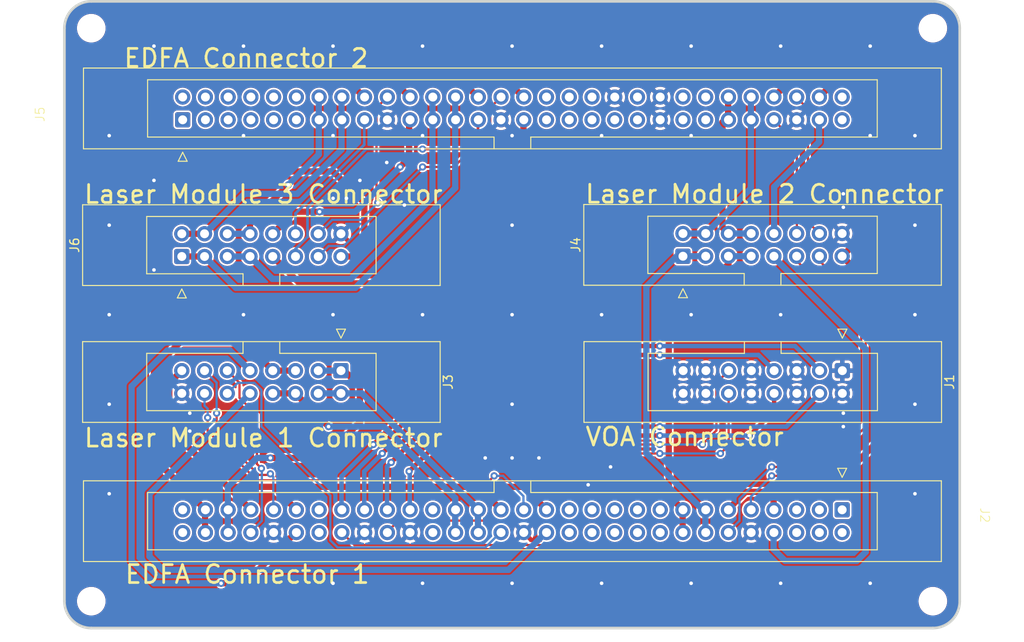
<source format=kicad_pcb>
(kicad_pcb (version 20221018) (generator pcbnew)
  (layers (0 "F.Cu" signal) (31 "B.Cu" signal) (34 "B.Paste" user) (35 "F.Paste" user) (36 "B.SilkS" user "B.Silkscreen") (37 "F.SilkS" user "F.Silkscreen") (38 "B.Mask" user) (39 "F.Mask" user) (44 "Edge.Cuts" user))
  (net 0 "")
  (net 13 "GND")
  (net 14 "/VOA_STEP_A+")
  (net 15 "/VOA_STEP_A-")
  (net 16 "/VOA_POT_MEAS")
  (net 17 "/VOA_STEP_B+")
  (net 18 "/VOA_STEP_B-")
  (net 19 "/VOA_POT_PWR")
  (net 20 "/MONITORD3")
  (net 21 "/PELTIER3+")
  (net 22 "/MONITORD2")
  (net 23 "/PELTIER2+")
  (net 25 "/PELTIER1-")
  (net 27 "/PELTIER1+")
  (net 29 "/PELTIER2-")
  (net 30 "/LASER2_TEMP")
  (net 31 "/LASER2_GND")
  (net 34 "/PELTIER3-")
  (net 35 "/LASER3_TEMP")
  (net 36 "/LASER3_GND")
  (net 39 "/MONITORD1")
  (net 41 "/LASER1_TEMP")
  (net 42 "/LASER1_GND")
  (net 48 "/LASER12_PWR")
  (net 49 "/LASER34_PWR")
  (net 50 "/MONITORD4")
  (net 51 "/LASER4_TEMP")
  (net 52 "/LASER4_GND")
  (net 53 "/PELTIER4-")
  (net 54 "/PELTIER4+")
  (net 55 "/PELTIER6-")
  (net 56 "/LASER6_TEMP")
  (net 57 "/LASER6_GND")
  (net 58 "/PELTIER5+")
  (net 66 "/PELTIER5-")
  (net 67 "/MONITORD6")
  (net 68 "/PELTIER6+")
  (net 72 "/LASER5_TEMP")
  (net 73 "/LASER5_GND")
  (net 82 "/MONITORD5")
  (net 86 "/LASER56_PWR")
  (footprint "MountingHole:MountingHole_2.7mm_M2.5" (layer "F.Cu") (at 208.200001 136)
    (fp_text reference "REF**" hide)
    (fp_text value "MountingHole_2.7mm_M2.5")
  )
  (footprint "Ribbon02x30:IDC-Header_2x30_P2.54mm_Latch_Vertical_COUNTER_CLOCKWISE" (layer "F.Cu") (at 213.498001 126.402 -90)
    (fp_text reference "J2")
    (fp_text value "Conn_02x30_Counter_Clockwise")
  )
  (footprint "MountingHole:MountingHole_2.7mm_M2.5" (layer "F.Cu") (at 208.200001 72)
    (fp_text reference "REF**" hide)
    (fp_text value "MountingHole_2.7mm_M2.5")
  )
  (footprint "MountingHole:MountingHole_2.7mm_M2.5" (layer "F.Cu") (at 114.200001 136)
    (fp_text reference "REF**" hide)
    (fp_text value "MountingHole_2.7mm_M2.5")
  )
  (footprint "Connector_IDC:IDC-Header_2x08_P2.54mm_Latch_Vertical" (layer "F.Cu") (at 198.090001 110.2475 -90)
    (fp_text reference "J1")
    (fp_text value "Conn_02x08_Odd_Even")
  )
  (footprint "Ribbon02x30:IDC-Header_2x30_P2.54mm_Latch_Vertical_COUNTER_CLOCKWISE" (layer "F.Cu") (at 108.978001 81.621 90)
    (fp_text reference "J5")
    (fp_text value "Conn_02x30_Counter_Clockwise")
  )
  (footprint "Connector_IDC:IDC-Header_2x08_P2.54mm_Latch_Vertical" (layer "F.Cu") (at 180.288001 97.471 90)
    (fp_text reference "J4")
    (fp_text value "Conn_02x08_Odd_Even")
  )
  (footprint "Connector_IDC:IDC-Header_2x08_P2.54mm_Latch_Vertical" (layer "F.Cu") (at 124.310001 97.5 90)
    (fp_text reference "J6")
    (fp_text value "Conn_02x08_Odd_Even")
  )
  (footprint "MountingHole:MountingHole_2.7mm_M2.5" (layer "F.Cu") (at 114.200001 72)
    (fp_text reference "REF**" hide)
    (fp_text value "MountingHole_2.7mm_M2.5")
  )
  (footprint "Connector_IDC:IDC-Header_2x08_P2.54mm_Latch_Vertical" (layer "F.Cu") (at 142.090001 110.2475 -90)
    (fp_text reference "J3")
    (fp_text value "Conn_02x08_Odd_Even")
  )
  (gr_arc (start 111.200001 72) (mid 112.078681 69.87868) (end 114.200001 69) (stroke (width 0.3)) (layer "Edge.Cuts"))
  (gr_arc (start 208.200001 69) (mid 210.321321 69.87868) (end 211.200001 72) (stroke (width 0.3)) (layer "Edge.Cuts"))
  (gr_arc (start 211.200001 136) (mid 210.321321 138.12132) (end 208.200001 139) (stroke (width 0.3)) (layer "Edge.Cuts"))
  (gr_line (start 211.200001 72) (end 211.200001 136) (stroke (width 0.3)) (layer "Edge.Cuts"))
  (gr_line (start 111.200001 72) (end 111.200001 136) (stroke (width 0.3)) (layer "Edge.Cuts"))
  (gr_arc (start 114.200001 139) (mid 112.078681 138.12132) (end 111.200001 136) (stroke (width 0.3)) (layer "Edge.Cuts"))
  (gr_line (start 114.200001 139) (end 208.200001 139) (stroke (width 0.3)) (layer "Edge.Cuts"))
  (gr_line (start 114.200001 69) (end 208.200001 69) (stroke (width 0.3)) (layer "Edge.Cuts"))
  (gr_text "EDFA Connector 1" (at 117.804001 134.174) (layer "F.SilkS") (effects (font (size 2 2) (thickness 0.3) bold) (justify left bottom)))
  (gr_text "Laser Module 1 Connector" (at 113.232001 118.934) (layer "F.SilkS") (effects (font (size 2 2) (thickness 0.3)) (justify left bottom)))
  (gr_text "Laser Module 2 Connector" (at 169.208001 91.691) (layer "F.SilkS") (effects (font (size 2 2) (thickness 0.3)) (justify left bottom)))
  (gr_text "VOA Connector" (at 169.239001 118.807) (layer "F.SilkS") (effects (font (size 2 2) (thickness 0.3)) (justify left bottom)))
  (gr_text "EDFA Connector 2" (at 117.677001 76.516) (layer "F.SilkS") (effects (font (size 2 2) (thickness 0.3) bold) (justify left bottom)))
  (gr_text "Laser Module 3 Connector" (at 113.230001 91.72) (layer "F.SilkS") (effects (font (size 2 2) (thickness 0.3)) (justify left bottom)))
  (via (at 161.200001 74) (size 0.8) (drill 0.4) (layers "F.Cu" "B.Cu") (net 13))
  (via (at 191.200001 74) (size 0.8) (drill 0.4) (layers "F.Cu" "B.Cu") (net 13))
  (via (at 206.200001 84) (size 0.8) (drill 0.4) (layers "F.Cu" "B.Cu") (net 13))
  (via (at 131.200001 84) (size 0.8) (drill 0.4) (layers "F.Cu" "B.Cu") (net 13))
  (via (at 141.200001 91) (size 0.8) (drill 0.4) (layers "F.Cu" "B.Cu") (net 13))
  (via (at 131.200001 74) (size 0.8) (drill 0.4) (layers "F.Cu" "B.Cu") (net 13))
  (via (at 141.200001 104) (size 0.8) (drill 0.4) (layers "F.Cu" "B.Cu") (net 13))
  (via (at 131.200001 104) (size 0.8) (drill 0.4) (layers "F.Cu" "B.Cu") (net 13))
  (via (at 151.200001 84) (size 0.8) (drill 0.4) (layers "F.Cu" "B.Cu") (net 13))
  (via (at 161.200001 120) (size 0.8) (drill 0.4) (layers "F.Cu" "B.Cu") (net 13))
  (via (at 191.200001 134) (size 0.8) (drill 0.4) (layers "F.Cu" "B.Cu") (net 13))
  (via (at 125.200001 115) (size 0.8) (drill 0.4) (layers "F.Cu" "B.Cu") (net 13))
  (via (at 141.200001 134) (size 0.8) (drill 0.4) (layers "F.Cu" "B.Cu") (net 13))
  (via (at 142.700001 91) (size 0.8) (drill 0.4) (layers "F.Cu" "B.Cu") (net 13))
  (via (at 161.200001 134) (size 0.8) (drill 0.4) (layers "F.Cu" "B.Cu") (net 13))
  (via (at 169.700001 123) (size 0.8) (drill 0.4) (layers "F.Cu" "B.Cu") (net 13))
  (via (at 181.200001 104) (size 0.8) (drill 0.4) (layers "F.Cu" "B.Cu") (net 13))
  (via (at 116.200001 114) (size 0.8) (drill 0.4) (layers "F.Cu" "B.Cu") (net 13))
  (via (at 147.200001 87) (size 0.8) (drill 0.4) (layers "F.Cu" "B.Cu") (net 13))
  (via (at 206.200001 104) (size 0.8) (drill 0.4) (layers "F.Cu" "B.Cu") (net 13))
  (via (at 141.200001 74) (size 0.8) (drill 0.4) (layers "F.Cu" "B.Cu") (net 13))
  (via (at 206.200001 114) (size 0.8) (drill 0.4) (layers "F.Cu" "B.Cu") (net 13))
  (via (at 121.200001 74) (size 0.8) (drill 0.4) (layers "F.Cu" "B.Cu") (net 13))
  (via (at 181.200001 74) (size 0.8) (drill 0.4) (layers "F.Cu" "B.Cu") (net 13))
  (via (at 201.200001 134) (size 0.8) (drill 0.4) (layers "F.Cu" "B.Cu") (net 13))
  (via (at 164.200001 120) (size 0.8) (drill 0.4) (layers "F.Cu" "B.Cu") (net 13))
  (via (at 151.200001 134) (size 0.8) (drill 0.4) (layers "F.Cu" "B.Cu") (net 13))
  (via (at 151.200001 104) (size 0.8) (drill 0.4) (layers "F.Cu" "B.Cu") (net 13))
  (via (at 161.200001 114) (size 0.8) (drill 0.4) (layers "F.Cu" "B.Cu") (net 13))
  (via (at 116.200001 124) (size 0.8) (drill 0.4) (layers "F.Cu" "B.Cu") (net 13))
  (via (at 172.200001 121) (size 0.8) (drill 0.4) (layers "F.Cu" "B.Cu") (net 13))
  (via (at 125.200001 117) (size 0.8) (drill 0.4) (layers "F.Cu" "B.Cu") (net 13))
  (via (at 198.200001 90.5) (size 0.8) (drill 0.4) (layers "F.Cu" "B.Cu") (net 13))
  (via (at 201.200001 74) (size 0.8) (drill 0.4) (layers "F.Cu" "B.Cu") (net 13))
  (via (at 181.200001 134) (size 0.8) (drill 0.4) (layers "F.Cu" "B.Cu") (net 13))
  (via (at 121.200001 99) (size 0.8) (drill 0.4) (layers "F.Cu" "B.Cu") (net 13))
  (via (at 198.200001 116.5) (size 0.8) (drill 0.4) (layers "F.Cu" "B.Cu") (net 13))
  (via (at 161.200001 94) (size 0.8) (drill 0.4) (layers "F.Cu" "B.Cu") (net 13))
  (via (at 151.200001 74) (size 0.8) (drill 0.4) (layers "F.Cu" "B.Cu") (net 13))
  (via (at 144.200001 89) (size 0.8) (drill 0.4) (layers "F.Cu" "B.Cu") (net 13))
  (via (at 206.200001 124) (size 0.8) (drill 0.4) (layers "F.Cu" "B.Cu") (net 13))
  (via (at 198.200001 115) (size 0.8) (drill 0.4) (layers "F.Cu" "B.Cu") (net 13))
  (via (at 116.200001 84) (size 0.8) (drill 0.4) (layers "F.Cu" "B.Cu") (net 13))
  (via (at 116.200001 104) (size 0.8) (drill 0.4) (layers "F.Cu" "B.Cu") (net 13))
  (via (at 206.200001 94) (size 0.8) (drill 0.4) (layers "F.Cu" "B.Cu") (net 13))
  (via (at 158.200001 120) (size 0.8) (drill 0.4) (layers "F.Cu" "B.Cu") (net 13))
  (via (at 171.200001 84) (size 0.8) (drill 0.4) (layers "F.Cu" "B.Cu") (net 13))
  (via (at 181.200001 84) (size 0.8) (drill 0.4) (layers "F.Cu" "B.Cu") (net 13))
  (via (at 161.200001 84) (size 0.8) (drill 0.4) (layers "F.Cu" "B.Cu") (net 13))
  (via (at 116.200001 94) (size 0.8) (drill 0.4) (layers "F.Cu" "B.Cu") (net 13))
  (via (at 198.200001 92) (size 0.8) (drill 0.4) (layers "F.Cu" "B.Cu") (net 13))
  (via (at 171.200001 74) (size 0.8) (drill 0.4) (layers "F.Cu" "B.Cu") (net 13))
  (via (at 121.200001 89) (size 0.8) (drill 0.4) (layers "F.Cu" "B.Cu") (net 13))
  (via (at 201.200001 84) (size 0.8) (drill 0.4) (layers "F.Cu" "B.Cu") (net 13))
  (via (at 171.200001 134) (size 0.8) (drill 0.4) (layers "F.Cu" "B.Cu") (net 13))
  (via (at 161.200001 104) (size 0.8) (drill 0.4) (layers "F.Cu" "B.Cu") (net 13))
  (via (at 141.200001 84) (size 0.8) (drill 0.4) (layers "F.Cu" "B.Cu") (net 13))
  (via (at 191.200001 104) (size 0.8) (drill 0.4) (layers "F.Cu" "B.Cu") (net 13))
  (via (at 149.173001 91.756) (size 0.8) (drill 0.4) (layers "F.Cu" "B.Cu") (net 13))
  (via (at 171.200001 104) (size 0.8) (drill 0.4) (layers "F.Cu" "B.Cu") (net 13))
  (segment (start 156.700001 107.5) (end 145.700001 118.5) (width 0.5) (layer "F.Cu") (net 14))
  (segment (start 177.700001 107.5) (end 156.700001 107.5) (width 0.5) (layer "F.Cu") (net 14))
  (via (at 177.700001 107.5) (size 0.8) (drill 0.4) (layers "F.Cu" "B.Cu") (net 14))
  (via (at 145.700001 118.5) (size 0.8) (drill 0.4) (layers "F.Cu" "B.Cu") (net 14))
  (segment (start 142.150001 125.7475) (end 142.150001 122.05) (width 0.5) (layer "B.Cu") (net 14))
  (segment (start 142.150001 122.05) (end 145.700001 118.5) (width 0.5) (layer "B.Cu") (net 14))
  (segment (start 177.700001 107.5) (end 192.802501 107.5) (width 0.5) (layer "B.Cu") (net 14))
  (segment (start 192.802501 107.5) (end 195.550001 110.2475) (width 0.5) (layer "B.Cu") (net 14))
  (segment (start 157.700001 108.5) (end 177.700001 108.5) (width 0.5) (layer "F.Cu") (net 15))
  (segment (start 146.700001 119.5) (end 157.700001 108.5) (width 0.5) (layer "F.Cu") (net 15))
  (via (at 177.700001 108.5) (size 0.8) (drill 0.4) (layers "F.Cu" "B.Cu") (net 15))
  (via (at 146.700001 119.5) (size 0.8) (drill 0.4) (layers "F.Cu" "B.Cu") (net 15))
  (segment (start 144.690001 121.51) (end 146.700001 119.5) (width 0.5) (layer "B.Cu") (net 15))
  (segment (start 188.722501 108.5) (end 190.470001 110.2475) (width 0.5) (layer "B.Cu") (net 15))
  (segment (start 144.690001 125.7475) (end 144.690001 121.51) (width 0.5) (layer "B.Cu") (net 15))
  (segment (start 177.700001 108.5) (end 188.722501 108.5) (width 0.5) (layer "B.Cu") (net 15))
  (segment (start 166.300001 127.6) (end 166.900001 127) (width 0.25) (layer "F.Cu") (net 16))
  (segment (start 166.900001 127) (end 168.149489 127) (width 0.25) (layer "F.Cu") (net 16))
  (segment (start 165.420489 129.729) (end 166.300001 128.849488) (width 0.25) (layer "F.Cu") (net 16))
  (segment (start 170.000001 124.45) (end 174.950001 119.5) (width 0.25) (layer "F.Cu") (net 16))
  (segment (start 185.390001 118.589) (end 185.390001 112.7875) (width 0.25) (layer "F.Cu") (net 16))
  (segment (start 142.150001 128.2875) (end 143.591501 129.729) (width 0.25) (layer "F.Cu") (net 16))
  (segment (start 174.950001 119.5) (end 177.700001 119.5) (width 0.25) (layer "F.Cu") (net 16))
  (segment (start 184.479001 119.5) (end 185.390001 118.589) (width 0.25) (layer "F.Cu") (net 16))
  (segment (start 166.300001 128.849488) (end 166.300001 127.6) (width 0.25) (layer "F.Cu") (net 16))
  (segment (start 169.600001 124.45) (end 170.000001 124.45) (width 0.25) (layer "F.Cu") (net 16))
  (segment (start 143.591501 129.729) (end 165.420489 129.729) (width 0.25) (layer "F.Cu") (net 16))
  (segment (start 168.149489 127) (end 168.800001 126.349488) (width 0.25) (layer "F.Cu") (net 16))
  (segment (start 168.800001 125.25) (end 169.600001 124.45) (width 0.25) (layer "F.Cu") (net 16))
  (segment (start 168.800001 126.349488) (end 168.800001 125.25) (width 0.25) (layer "F.Cu") (net 16))
  (via (at 177.700001 119.5) (size 0.8) (drill 0.4) (layers "F.Cu" "B.Cu") (net 16))
  (via (at 184.479001 119.5) (size 0.8) (drill 0.4) (layers "F.Cu" "B.Cu") (net 16))
  (segment (start 184.479001 119.5) (end 177.700001 119.5) (width 0.25) (layer "B.Cu") (net 16))
  (segment (start 177.700001 116.5) (end 151.700001 116.5) (width 0.5) (layer "F.Cu") (net 17))
  (segment (start 151.700001 116.5) (end 147.700001 120.5) (width 0.5) (layer "F.Cu") (net 17))
  (via (at 147.700001 120.5) (size 0.8) (drill 0.4) (layers "F.Cu" "B.Cu") (net 17))
  (via (at 177.700001 116.5) (size 0.8) (drill 0.4) (layers "F.Cu" "B.Cu") (net 17))
  (segment (start 147.230001 125.7475) (end 147.230001 120.97) (width 0.5) (layer "B.Cu") (net 17))
  (segment (start 191.837501 116.5) (end 195.550001 112.7875) (width 0.5) (layer "B.Cu") (net 17))
  (segment (start 177.700001 116.5) (end 191.837501 116.5) (width 0.5) (layer "B.Cu") (net 17))
  (segment (start 147.230001 120.97) (end 147.700001 120.5) (width 0.5) (layer "B.Cu") (net 17))
  (segment (start 153.700001 117.5) (end 177.700001 117.5) (width 0.5) (layer "F.Cu") (net 18))
  (segment (start 190.470001 114.73) (end 190.470001 112.7875) (width 0.5) (layer "F.Cu") (net 18))
  (segment (start 187.700001 117.5) (end 190.470001 114.73) (width 0.5) (layer "F.Cu") (net 18))
  (segment (start 149.700001 121.5) (end 153.700001 117.5) (width 0.5) (layer "F.Cu") (net 18))
  (via (at 149.700001 121.5) (size 0.8) (drill 0.4) (layers "F.Cu" "B.Cu") (net 18))
  (via (at 187.700001 117.5) (size 0.8) (drill 0.4) (layers "F.Cu" "B.Cu") (net 18))
  (via (at 177.700001 117.5) (size 0.8) (drill 0.4) (layers "F.Cu" "B.Cu") (net 18))
  (segment (start 149.770001 125.7475) (end 149.770001 121.57) (width 0.5) (layer "B.Cu") (net 18))
  (segment (start 177.700001 117.5) (end 187.700001 117.5) (width 0.5) (layer "B.Cu") (net 18))
  (segment (start 149.770001 121.57) (end 149.700001 121.5) (width 0.5) (layer "B.Cu") (net 18))
  (segment (start 172.700001 118.5) (end 166.300001 124.9) (width 0.25) (layer "F.Cu") (net 19))
  (segment (start 184.025001 111.6125) (end 185.390001 110.2475) (width 0.25) (layer "F.Cu") (net 19))
  (segment (start 166.300001 124.9) (end 166.300001 126.3) (width 0.25) (layer "F.Cu") (net 19))
  (segment (start 148.517501 127) (end 147.230001 128.2875) (width 0.25) (layer "F.Cu") (net 19))
  (segment (start 166.300001 126.3) (end 165.600001 127) (width 0.25) (layer "F.Cu") (net 19))
  (segment (start 177.700001 118.5) (end 172.700001 118.5) (width 0.25) (layer "F.Cu") (net 19))
  (segment (start 182.447001 118.5) (end 184.025001 116.922) (width 0.25) (layer "F.Cu") (net 19))
  (segment (start 165.600001 127) (end 148.517501 127) (width 0.25) (layer "F.Cu") (net 19))
  (segment (start 184.025001 116.922) (end 184.025001 111.6125) (width 0.25) (layer "F.Cu") (net 19))
  (via (at 182.447001 118.5) (size 0.8) (drill 0.4) (layers "F.Cu" "B.Cu") (net 19))
  (via (at 177.700001 118.5) (size 0.8) (drill 0.4) (layers "F.Cu" "B.Cu") (net 19))
  (segment (start 177.700001 118.5) (end 182.447001 118.5) (width 0.25) (layer "B.Cu") (net 19))
  (segment (start 200.700001 116.5) (end 195.200001 122) (width 0.25) (layer "F.Cu") (net 20))
  (segment (start 195.528001 97.471) (end 195.528001 97.979) (width 0.25) (layer "F.Cu") (net 20))
  (segment (start 195.200001 122) (end 190.200001 122) (width 0.25) (layer "F.Cu") (net 20))
  (segment (start 195.528001 97.979) (end 200.700001 103.151) (width 0.25) (layer "F.Cu") (net 20))
  (segment (start 200.700001 103.151) (end 200.700001 116.5) (width 0.25) (layer "F.Cu") (net 20))
  (via (at 190.200001 122) (size 0.8) (drill 0.4) (layers "F.Cu" "B.Cu") (net 20))
  (segment (start 187.870001 124.33) (end 187.870001 125.7475) (width 0.25) (layer "B.Cu") (net 20))
  (segment (start 190.200001 122) (end 187.870001 124.33) (width 0.25) (layer "B.Cu") (net 20))
  (segment (start 176.200001 100.8625) (end 176.200001 119.5) (width 0.7) (layer "B.Cu") (net 21))
  (segment (start 182.790001 125.7475) (end 182.790001 128.2875) (width 0.7) (layer "B.Cu") (net 21))
  (segment (start 176.200001 119.5) (end 182.447501 125.7475) (width 0.7) (layer "B.Cu") (net 21))
  (segment (start 182.447501 125.7475) (end 182.790001 125.7475) (width 0.7) (layer "B.Cu") (net 21))
  (segment (start 182.828001 97.471) (end 180.288001 97.471) (width 0.7) (layer "B.Cu") (net 21))
  (segment (start 179.591501 97.471) (end 176.200001 100.8625) (width 0.7) (layer "B.Cu") (net 21))
  (segment (start 180.288001 97.471) (end 179.591501 97.471) (width 0.7) (layer "B.Cu") (net 21))
  (segment (start 132.700001 122.5) (end 158.700001 122.5) (width 0.25) (layer "F.Cu") (net 22))
  (segment (start 127.200001 117) (end 132.700001 122.5) (width 0.25) (layer "F.Cu") (net 22))
  (segment (start 158.700001 122.5) (end 159.200001 122) (width 0.25) (layer "F.Cu") (net 22))
  (segment (start 127.200001 115.5) (end 127.200001 117) (width 0.25) (layer "F.Cu") (net 22))
  (via (at 159.200001 122) (size 0.8) (drill 0.4) (layers "F.Cu" "B.Cu") (net 22))
  (via (at 127.200001 115.5) (size 0.8) (drill 0.4) (layers "F.Cu" "B.Cu") (net 22))
  (segment (start 160.200001 122) (end 162.470001 124.27) (width 0.25) (layer "B.Cu") (net 22))
  (segment (start 162.470001 124.27) (end 162.470001 125.7475) (width 0.25) (layer "B.Cu") (net 22))
  (segment (start 126.850001 114.15) (end 127.200001 114.5) (width 0.25) (layer "B.Cu") (net 22))
  (segment (start 159.200001 122) (end 160.200001 122) (width 0.25) (layer "B.Cu") (net 22))
  (segment (start 127.200001 114.5) (end 127.200001 115.5) (width 0.25) (layer "B.Cu") (net 22))
  (segment (start 126.850001 112.7875) (end 126.850001 114.15) (width 0.25) (layer "B.Cu") (net 22))
  (segment (start 144.430001 112.7875) (end 157.390001 125.7475) (width 0.7) (layer "B.Cu") (net 23))
  (segment (start 157.390001 125.7475) (end 157.390001 128.2875) (width 0.7) (layer "B.Cu") (net 23))
  (segment (start 142.090001 112.7875) (end 144.430001 112.7875) (width 0.7) (layer "B.Cu") (net 23))
  (segment (start 139.550001 112.7875) (end 142.090001 112.7875) (width 0.7) (layer "B.Cu") (net 23))
  (segment (start 121.200001 120.0375) (end 126.910001 125.7475) (width 0.7) (layer "F.Cu") (net 25))
  (segment (start 131.222501 107) (end 124.200001 107) (width 0.7) (layer "F.Cu") (net 25))
  (segment (start 134.470001 110.2475) (end 137.010001 110.2475) (width 0.7) (layer "F.Cu") (net 25))
  (segment (start 124.200001 107) (end 121.200001 110) (width 0.7) (layer "F.Cu") (net 25))
  (segment (start 134.470001 110.2475) (end 131.222501 107) (width 0.7) (layer "F.Cu") (net 25))
  (segment (start 121.200001 110) (end 121.200001 120.0375) (width 0.7) (layer "F.Cu") (net 25))
  (segment (start 126.910001 125.7475) (end 126.910001 128.2875) (width 0.7) (layer "F.Cu") (net 25))
  (segment (start 142.090001 110.2475) (end 142.447501 110.2475) (width 0.7) (layer "F.Cu") (net 27))
  (segment (start 140.200001 120) (end 134.200001 120) (width 0.7) (layer "F.Cu") (net 27))
  (segment (start 142.447501 110.2475) (end 144.200001 112) (width 0.7) (layer "F.Cu") (net 27))
  (segment (start 144.200001 112) (end 144.200001 116) (width 0.7) (layer "F.Cu") (net 27))
  (segment (start 144.200001 116) (end 140.200001 120) (width 0.7) (layer "F.Cu") (net 27))
  (via (at 134.200001 120) (size 0.8) (drill 0.4) (layers "F.Cu" "B.Cu") (net 27))
  (segment (start 139.550001 110.2475) (end 142.090001 110.2475) (width 0.7) (layer "B.Cu") (net 27))
  (segment (start 129.450001 125.7475) (end 129.450001 128.2875) (width 0.7) (layer "B.Cu") (net 27))
  (segment (start 129.450001 123.25) (end 129.450001 125.7475) (width 0.7) (layer "B.Cu") (net 27))
  (segment (start 132.700001 120) (end 129.450001 123.25) (width 0.7) (layer "B.Cu") (net 27))
  (segment (start 134.200001 120) (end 132.700001 120) (width 0.7) (layer "B.Cu") (net 27))
  (segment (start 137.010001 112.7875) (end 137.010001 112.81) (width 0.7) (layer "F.Cu") (net 29))
  (segment (start 134.470001 112.7875) (end 137.010001 112.7875) (width 0.7) (layer "F.Cu") (net 29))
  (segment (start 137.010001 112.81) (end 140.700001 116.5) (width 0.7) (layer "F.Cu") (net 29))
  (via (at 140.700001 116.5) (size 0.8) (drill 0.4) (layers "F.Cu" "B.Cu") (net 29))
  (segment (start 154.850001 124.479614) (end 154.850001 125.7475) (width 0.7) (layer "B.Cu") (net 29))
  (segment (start 140.700001 116.5) (end 146.870387 116.5) (width 0.7) (layer "B.Cu") (net 29))
  (segment (start 154.850001 125.7475) (end 154.850001 128.2875) (width 0.7) (layer "B.Cu") (net 29))
  (segment (start 146.870387 116.5) (end 154.850001 124.479614) (width 0.7) (layer "B.Cu") (net 29))
  (segment (start 133.200001 112.39649) (end 133.200001 116.5) (width 0.25) (layer "B.Cu") (net 30))
  (segment (start 129.390001 112.7875) (end 130.564512 111.612989) (width 0.25) (layer "B.Cu") (net 30))
  (segment (start 132.4165 111.612989) (end 133.200001 112.39649) (width 0.25) (layer "B.Cu") (net 30))
  (segment (start 141.700001 130) (end 158.217501 130) (width 0.25) (layer "B.Cu") (net 30))
  (segment (start 158.217501 130) (end 159.930001 128.2875) (width 0.25) (layer "B.Cu") (net 30))
  (segment (start 130.564512 111.612989) (end 132.4165 111.612989) (width 0.25) (layer "B.Cu") (net 30))
  (segment (start 140.900001 124.2) (end 140.900001 129.2) (width 0.25) (layer "B.Cu") (net 30))
  (segment (start 133.200001 116.5) (end 140.900001 124.2) (width 0.25) (layer "B.Cu") (net 30))
  (segment (start 140.900001 129.2) (end 141.700001 130) (width 0.25) (layer "B.Cu") (net 30))
  (segment (start 120.700001 131) (end 122.200001 132.5) (width 0.7) (layer "B.Cu") (net 31))
  (segment (start 160.797501 132.5) (end 165.010001 128.2875) (width 0.7) (layer "B.Cu") (net 31))
  (segment (start 120.700001 124.0175) (end 120.700001 131) (width 0.7) (layer "B.Cu") (net 31))
  (segment (start 131.930001 112.7875) (end 120.700001 124.0175) (width 0.7) (layer "B.Cu") (net 31))
  (segment (start 122.200001 132.5) (end 160.797501 132.5) (width 0.7) (layer "B.Cu") (net 31))
  (segment (start 180.250001 128.2875) (end 180.250001 125.7475) (width 0.7) (layer "F.Cu") (net 34))
  (segment (start 185.368001 98.36) (end 178.700001 105.028) (width 0.7) (layer "F.Cu") (net 34))
  (segment (start 178.700001 105.028) (end 178.700001 124.1975) (width 0.7) (layer "F.Cu") (net 34))
  (segment (start 178.700001 124.1975) (end 180.250001 125.7475) (width 0.7) (layer "F.Cu") (net 34))
  (segment (start 185.368001 97.471) (end 185.368001 98.36) (width 0.7) (layer "F.Cu") (net 34))
  (segment (start 185.368001 97.471) (end 187.908001 97.471) (width 0.7) (layer "B.Cu") (net 34))
  (segment (start 195.199504 121.000497) (end 190.200001 121.000497) (width 0.25) (layer "F.Cu") (net 35))
  (segment (start 200.200001 105.191) (end 200.200001 116) (width 0.25) (layer "F.Cu") (net 35))
  (segment (start 192.988001 97.979) (end 200.200001 105.191) (width 0.25) (layer "F.Cu") (net 35))
  (segment (start 200.200001 116) (end 195.199504 121.000497) (width 0.25) (layer "F.Cu") (net 35))
  (segment (start 192.988001 97.471) (end 192.988001 97.979) (width 0.25) (layer "F.Cu") (net 35))
  (via (at 190.200001 121.000497) (size 0.8) (drill 0.4) (layers "F.Cu" "B.Cu") (net 35))
  (segment (start 190.17489 121.000497) (end 186.600001 124.575386) (width 0.25) (layer "B.Cu") (net 35))
  (segment (start 190.200001 121.000497) (end 190.17489 121.000497) (width 0.25) (layer "B.Cu") (net 35))
  (segment (start 186.600001 127.0175) (end 185.330001 128.2875) (width 0.25) (layer "B.Cu") (net 35))
  (segment (start 186.600001 124.575386) (end 186.600001 127.0175) (width 0.25) (layer "B.Cu") (net 35))
  (segment (start 191.700001 131.5) (end 190.410001 130.21) (width 0.7) (layer "B.Cu") (net 36))
  (segment (start 190.410001 130.21) (end 190.410001 128.2875) (width 0.7) (layer "B.Cu") (net 36))
  (segment (start 190.448001 97.471) (end 190.448001 97.598) (width 0.7) (layer "B.Cu") (net 36))
  (segment (start 200.700001 107.85) (end 200.700001 130.5) (width 0.7) (layer "B.Cu") (net 36))
  (segment (start 200.700001 130.5) (end 199.700001 131.5) (width 0.7) (layer "B.Cu") (net 36))
  (segment (start 199.700001 131.5) (end 191.700001 131.5) (width 0.7) (layer "B.Cu") (net 36))
  (segment (start 190.448001 97.598) (end 200.700001 107.85) (width 0.7) (layer "B.Cu") (net 36))
  (segment (start 128.200001 117.196012) (end 132.899898 121.895909) (width 0.25) (layer "F.Cu") (net 39))
  (segment (start 128.200001 115) (end 128.200001 117.196012) (width 0.25) (layer "F.Cu") (net 39))
  (segment (start 132.899898 121.895909) (end 134.079592 121.895909) (width 0.25) (layer "F.Cu") (net 39))
  (segment (start 134.079592 121.895909) (end 134.200001 121.7755) (width 0.25) (layer "F.Cu") (net 39))
  (via (at 134.200001 121.7755) (size 0.8) (drill 0.4) (layers "F.Cu" "B.Cu") (net 39))
  (via (at 128.200001 115) (size 0.8) (drill 0.4) (layers "F.Cu" "B.Cu") (net 39))
  (segment (start 128.200001 111.5975) (end 128.200001 115) (width 0.25) (layer "B.Cu") (net 39))
  (segment (start 126.850001 110.2475) (end 128.200001 111.5975) (width 0.25) (layer "B.Cu") (net 39))
  (segment (start 134.200001 121.7755) (end 134.530001 122.1055) (width 0.25) (layer "B.Cu") (net 39))
  (segment (start 134.530001 122.1055) (end 134.530001 125.7475) (width 0.25) (layer "B.Cu") (net 39))
  (segment (start 132.700001 120.671398) (end 132.700001 115.21851) (width 0.25) (layer "F.Cu") (net 41))
  (segment (start 132.700001 115.21851) (end 130.75549 113.273999) (width 0.25) (layer "F.Cu") (net 41))
  (segment (start 133.200001 121.171398) (end 132.700001 120.671398) (width 0.25) (layer "F.Cu") (net 41))
  (segment (start 130.75549 111.612989) (end 129.390001 110.2475) (width 0.25) (layer "F.Cu") (net 41))
  (segment (start 130.75549 113.273999) (end 130.75549 111.612989) (width 0.25) (layer "F.Cu") (net 41))
  (via (at 133.200001 121.171398) (size 0.8) (drill 0.4) (layers "F.Cu" "B.Cu") (net 41))
  (segment (start 133.250001 127.0275) (end 131.990001 128.2875) (width 0.25) (layer "B.Cu") (net 41))
  (segment (start 133.200001 121.171398) (end 133.250001 121.221398) (width 0.25) (layer "B.Cu") (net 41))
  (segment (start 133.250001 121.221398) (end 133.250001 127.0275) (width 0.25) (layer "B.Cu") (net 41))
  (segment (start 128.700001 134) (end 131.357501 134) (width 0.7) (layer "F.Cu") (net 42))
  (segment (start 131.357501 134) (end 137.070001 128.2875) (width 0.7) (layer "F.Cu") (net 42))
  (via (at 128.700001 134) (size 0.8) (drill 0.4) (layers "F.Cu" "B.Cu") (net 42))
  (segment (start 122.700001 108) (end 118.700001 112) (width 0.7) (layer "B.Cu") (net 42))
  (segment (start 129.682501 108) (end 122.700001 108) (width 0.7) (layer "B.Cu") (net 42))
  (segment (start 121.200001 134) (end 128.700001 134) (width 0.7) (layer "B.Cu") (net 42))
  (segment (start 118.700001 131.5) (end 121.200001 134) (width 0.7) (layer "B.Cu") (net 42))
  (segment (start 118.700001 112) (end 118.700001 131.5) (width 0.7) (layer "B.Cu") (net 42))
  (segment (start 131.930001 110.2475) (end 129.682501 108) (width 0.7) (layer "B.Cu") (net 42))
  (segment (start 129.471251 123.22875) (end 131.990001 125.7475) (width 0.7) (layer "F.Cu") (net 48))
  (segment (start 157.411251 123.22875) (end 162.491251 123.22875) (width 0.7) (layer "F.Cu") (net 48))
  (segment (start 122.91049 116.667989) (end 129.471251 123.22875) (width 0.7) (layer "F.Cu") (net 48))
  (segment (start 134.551251 123.22875) (end 157.411251 123.22875) (width 0.7) (layer "F.Cu") (net 48))
  (segment (start 134.551251 123.22875) (end 137.070001 125.7475) (width 0.7) (layer "F.Cu") (net 48))
  (segment (start 129.471251 123.22875) (end 134.551251 123.22875) (width 0.7) (layer "F.Cu") (net 48))
  (segment (start 162.491251 123.22875) (end 165.010001 125.7475) (width 0.7) (layer "F.Cu") (net 48))
  (segment (start 122.91049 111.647011) (end 122.91049 116.667989) (width 0.7) (layer "F.Cu") (net 48))
  (segment (start 124.310001 110.2475) (end 122.91049 111.647011) (width 0.7) (layer "F.Cu") (net 48))
  (segment (start 157.411251 123.22875) (end 159.930001 125.7475) (width 0.7) (layer "F.Cu") (net 48))
  (segment (start 196.410001 123.79) (end 190.410001 123.79) (width 0.7) (layer "F.Cu") (net 49))
  (segment (start 190.410001 123.79) (end 190.410001 125.7475) (width 0.7) (layer "F.Cu") (net 49))
  (segment (start 198.068001 97.471) (end 202.200001 101.603) (width 0.7) (layer "F.Cu") (net 49))
  (segment (start 197.202501 78) (end 195.490001 79.7125) (width 0.7) (layer "F.Cu") (net 49))
  (segment (start 202.200001 93.339) (end 202.200001 81.5) (width 0.7) (layer "F.Cu") (net 49))
  (segment (start 187.287501 123.79) (end 185.330001 125.7475) (width 0.7) (layer "F.Cu") (net 49))
  (segment (start 198.700001 78) (end 197.202501 78) (width 0.7) (layer "F.Cu") (net 49))
  (segment (start 202.200001 118) (end 196.410001 123.79) (width 0.7) (layer "F.Cu") (net 49))
  (segment (start 202.200001 81.5) (end 198.700001 78) (width 0.7) (layer "F.Cu") (net 49))
  (segment (start 202.200001 101.603) (end 202.200001 118) (width 0.7) (layer "F.Cu") (net 49))
  (segment (start 190.410001 123.79) (end 187.287501 123.79) (width 0.7) (layer "F.Cu") (net 49))
  (segment (start 197.202501 78) (end 192.122501 78) (width 0.7) (layer "F.Cu") (net 49))
  (segment (start 192.122501 78) (end 190.410001 79.7125) (width 0.7) (layer "F.Cu") (net 49))
  (segment (start 198.068001 97.471) (end 202.200001 93.339) (width 0.7) (layer "F.Cu") (net 49))
  (segment (start 194.250001 93.653) (end 194.250001 81.0125) (width 0.25) (layer "F.Cu") (net 50))
  (segment (start 195.528001 94.931) (end 194.250001 93.653) (width 0.25) (layer "F.Cu") (net 50))
  (segment (start 194.250001 81.0125) (end 192.950001 79.7125) (width 0.25) (layer "F.Cu") (net 50))
  (segment (start 193.010001 94.909) (end 193.010001 84.8525) (width 0.25) (layer "F.Cu") (net 51))
  (segment (start 192.988001 94.931) (end 193.010001 94.909) (width 0.25) (layer "F.Cu") (net 51))
  (segment (start 193.010001 84.8525) (end 190.410001 82.2525) (width 0.25) (layer "F.Cu") (net 51))
  (segment (start 190.448001 94.931) (end 190.470001 94.909) (width 0.7) (layer "B.Cu") (net 52))
  (segment (start 190.470001 94.909) (end 190.470001 89.73) (width 0.7) (layer "B.Cu") (net 52))
  (segment (start 195.490001 84.71) (end 195.490001 82.2525) (width 0.7) (layer "B.Cu") (net 52))
  (segment (start 190.470001 89.73) (end 195.490001 84.71) (width 0.7) (layer "B.Cu") (net 52))
  (segment (start 184.700001 82.5) (end 184.947501 82.2525) (width 0.7) (layer "F.Cu") (net 53))
  (segment (start 185.368001 94.931) (end 184.700001 94.263) (width 0.7) (layer "F.Cu") (net 53))
  (segment (start 185.330001 82.2525) (end 185.330001 79.7125) (width 0.7) (layer "F.Cu") (net 53))
  (segment (start 184.700001 94.263) (end 184.700001 82.5) (width 0.7) (layer "F.Cu") (net 53))
  (segment (start 184.947501 82.2525) (end 185.330001 82.2525) (width 0.7) (layer "F.Cu") (net 53))
  (segment (start 185.368001 94.931) (end 187.908001 94.931) (width 0.7) (layer "B.Cu") (net 53))
  (segment (start 187.870001 79.7125) (end 187.870001 82.2525) (width 0.7) (layer "B.Cu") (net 54))
  (segment (start 187.870001 89.889) (end 187.870001 82.2525) (width 0.7) (layer "B.Cu") (net 54))
  (segment (start 180.288001 94.931) (end 182.828001 94.931) (width 0.7) (layer "B.Cu") (net 54))
  (segment (start 182.828001 94.931) (end 187.870001 89.889) (width 0.7) (layer "B.Cu") (net 54))
  (segment (start 131.930001 93.77) (end 136.200001 89.5) (width 0.7) (layer "F.Cu") (net 55))
  (segment (start 131.930001 94.96) (end 131.930001 93.77) (width 0.7) (layer "F.Cu") (net 55))
  (via (at 136.200001 89.5) (size 0.8) (drill 0.4) (layers "F.Cu" "B.Cu") (net 55))
  (segment (start 129.390001 94.96) (end 131.930001 94.96) (width 0.7) (layer "B.Cu") (net 55))
  (segment (start 136.200001 89.5) (end 139.610001 86.09) (width 0.7) (layer "B.Cu") (net 55))
  (segment (start 139.610001 86.09) (end 139.610001 82.2525) (width 0.7) (layer "B.Cu") (net 55))
  (segment (start 139.610001 82.2525) (end 139.610001 79.7125) (width 0.7) (layer "B.Cu") (net 55))
  (segment (start 137.010001 92.69) (end 137.010001 94.96) (width 0.3) (layer "B.Cu") (net 56))
  (segment (start 144.690001 85.01) (end 137.010001 92.69) (width 0.3) (layer "B.Cu") (net 56))
  (segment (start 144.690001 82.2525) (end 144.690001 85.01) (width 0.3) (layer "B.Cu") (net 56))
  (segment (start 134.470001 94.96) (end 136.930001 92.5) (width 0.7) (layer "F.Cu") (net 57))
  (segment (start 148.700001 87.5) (end 149.700001 86.5) (width 0.7) (layer "F.Cu") (net 57))
  (segment (start 149.700001 86.5) (end 149.700001 82.3225) (width 0.7) (layer "F.Cu") (net 57))
  (segment (start 136.930001 92.5) (end 139.700001 92.5) (width 0.7) (layer "F.Cu") (net 57))
  (segment (start 149.700001 82.3225) (end 149.770001 82.2525) (width 0.7) (layer "F.Cu") (net 57))
  (via (at 148.700001 87.5) (size 0.8) (drill 0.4) (layers "F.Cu" "B.Cu") (net 57))
  (via (at 139.700001 92.5) (size 0.8) (drill 0.4) (layers "F.Cu" "B.Cu") (net 57))
  (segment (start 139.700001 92.5) (end 143.700001 92.5) (width 0.7) (layer "B.Cu") (net 57))
  (segment (start 143.700001 92.5) (end 148.700001 87.5) (width 0.7) (layer "B.Cu") (net 57))
  (segment (start 124.310001 97.5) (end 126.850001 97.5) (width 0.7) (layer "F.Cu") (net 58))
  (segment (start 154.850001 82.2525) (end 154.850001 79.7125) (width 0.7) (layer "B.Cu") (net 58))
  (segment (start 126.850001 97.5) (end 130.350001 101) (width 0.7) (layer "B.Cu") (net 58))
  (segment (start 154.850001 89.85) (end 154.850001 82.2525) (width 0.7) (layer "B.Cu") (net 58))
  (segment (start 130.350001 101) (end 143.700001 101) (width 0.7) (layer "B.Cu") (net 58))
  (segment (start 143.700001 101) (end 154.850001 89.85) (width 0.7) (layer "B.Cu") (net 58))
  (segment (start 152.310001 79.7125) (end 152.310001 82.2525) (width 0.7) (layer "B.Cu") (net 66))
  (segment (start 143.200001 100) (end 152.310001 90.89) (width 0.7) (layer "B.Cu") (net 66))
  (segment (start 152.310001 90.89) (end 152.310001 82.2525) (width 0.7) (layer "B.Cu") (net 66))
  (segment (start 134.430001 100) (end 143.200001 100) (width 0.7) (layer "B.Cu") (net 66))
  (segment (start 131.930001 97.5) (end 134.430001 100) (width 0.7) (layer "B.Cu") (net 66))
  (segment (start 129.390001 97.5) (end 131.930001 97.5) (width 0.7) (layer "B.Cu") (net 66))
  (segment (start 146.05549 80.887011) (end 147.230001 79.7125) (width 0.25) (layer "F.Cu") (net 67))
  (segment (start 146.05549 91.355489) (end 146.05549 80.887011) (width 0.25) (layer "F.Cu") (net 67))
  (segment (start 146.200001 91.5) (end 146.05549 91.355489) (width 0.25) (layer "F.Cu") (net 67))
  (via (at 146.200001 91.5) (size 0.8) (drill 0.4) (layers "F.Cu" "B.Cu") (net 67))
  (segment (start 141.103001 93.407) (end 139.550001 94.96) (width 0.25) (layer "B.Cu") (net 67))
  (segment (start 146.200001 91.5) (end 144.293001 93.407) (width 0.25) (layer "B.Cu") (net 67))
  (segment (start 144.293001 93.407) (end 141.103001 93.407) (width 0.25) (layer "B.Cu") (net 67))
  (segment (start 124.310001 94.96) (end 126.850001 94.96) (width 0.7) (layer "F.Cu") (net 68))
  (segment (start 131.310001 90.5) (end 137.200001 90.5) (width 0.7) (layer "B.Cu") (net 68))
  (segment (start 142.150001 85.55) (end 142.150001 79.7125) (width 0.7) (layer "B.Cu") (net 68))
  (segment (start 126.850001 94.96) (end 131.310001 90.5) (width 0.7) (layer "B.Cu") (net 68))
  (segment (start 137.200001 90.5) (end 142.150001 85.55) (width 0.7) (layer "B.Cu") (net 68))
  (segment (start 151.200001 85.5) (end 155.700001 85.5) (width 0.3) (layer "F.Cu") (net 72))
  (segment (start 155.700001 85.5) (end 157.390001 83.81) (width 0.3) (layer "F.Cu") (net 72))
  (segment (start 157.390001 83.81) (end 157.390001 82.2525) (width 0.3) (layer "F.Cu") (net 72))
  (via (at 151.200001 85.5) (size 0.8) (drill 0.4) (layers "F.Cu" "B.Cu") (net 72))
  (segment (start 151.200001 85.5) (end 144.906429 85.5) (width 0.3) (layer "B.Cu") (net 72))
  (segment (start 138.35049 92.055939) (end 138.35049 95.315877) (width 0.3) (layer "B.Cu") (net 72))
  (segment (start 144.906429 85.5) (end 138.35049 92.055939) (width 0.3) (layer "B.Cu") (net 72))
  (segment (start 137.010001 96.656366) (end 137.010001 97.5) (width 0.3) (layer "B.Cu") (net 72))
  (segment (start 138.35049 95.315877) (end 137.010001 96.656366) (width 0.3) (layer "B.Cu") (net 72))
  (segment (start 162.470001 84.23) (end 162.470001 82.2525) (width 0.7) (layer "F.Cu") (net 73))
  (segment (start 134.470001 97.5) (end 137.470001 100.5) (width 0.7) (layer "F.Cu") (net 73))
  (segment (start 137.470001 100.5) (end 146.200001 100.5) (width 0.7) (layer "F.Cu") (net 73))
  (segment (start 146.200001 100.5) (end 162.470001 84.23) (width 0.7) (layer "F.Cu") (net 73))
  (segment (start 158.75549 83.444511) (end 158.75549 80.887011) (width 0.25) (layer "F.Cu") (net 82))
  (segment (start 158.75549 80.887011) (end 159.930001 79.7125) (width 0.25) (layer "F.Cu") (net 82))
  (segment (start 151.200001 87.5) (end 154.700001 87.5) (width 0.25) (layer "F.Cu") (net 82))
  (segment (start 154.700001 87.5) (end 158.75549 83.444511) (width 0.25) (layer "F.Cu") (net 82))
  (via (at 151.200001 87.5) (size 0.8) (drill 0.4) (layers "F.Cu" "B.Cu") (net 82))
  (segment (start 140.724512 96.325489) (end 142.399126 96.325489) (width 0.25) (layer "B.Cu") (net 82))
  (segment (start 142.399126 96.325489) (end 151.200001 87.524614) (width 0.25) (layer "B.Cu") (net 82))
  (segment (start 151.200001 87.524614) (end 151.200001 87.5) (width 0.25) (layer "B.Cu") (net 82))
  (segment (start 139.550001 97.5) (end 140.724512 96.325489) (width 0.25) (layer "B.Cu") (net 82))
  (segment (start 159.257501 76.5) (end 162.470001 79.7125) (width 0.7) (layer "F.Cu") (net 86))
  (segment (start 143.302001 97.5) (end 144.700001 96.102) (width 0.7) (layer "F.Cu") (net 86))
  (segment (start 141.477501 76.5) (end 144.690001 79.7125) (width 0.7) (layer "F.Cu") (net 86))
  (segment (start 121.700001 79) (end 124.200001 76.5) (width 0.7) (layer "F.Cu") (net 86))
  (segment (start 142.090001 97.5) (end 143.302001 97.5) (width 0.7) (layer "F.Cu") (net 86))
  (segment (start 123.700001 88) (end 121.700001 86) (width 0.7) (layer "F.Cu") (net 86))
  (segment (start 144.700001 91.5) (end 141.200001 88) (width 0.7) (layer "F.Cu") (net 86))
  (segment (start 144.700001 96.102) (end 144.700001 91.5) (width 0.7) (layer "F.Cu") (net 86))
  (segment (start 121.700001 86) (end 121.700001 79) (width 0.7) (layer "F.Cu") (net 86))
  (segment (start 141.200001 88) (end 123.700001 88) (width 0.7) (layer "F.Cu") (net 86))
  (segment (start 154.177501 76.5) (end 157.390001 79.7125) (width 0.7) (layer "F.Cu") (net 86))
  (segment (start 124.200001 76.5) (end 141.477501 76.5) (width 0.7) (layer "F.Cu") (net 86))
  (segment (start 146.557501 76.5) (end 154.177501 76.5) (width 0.7) (layer "F.Cu") (net 86))
  (segment (start 146.557501 76.5) (end 149.770001 79.7125) (width 0.7) (layer "F.Cu") (net 86))
  (segment (start 141.477501 76.5) (end 146.557501 76.5) (width 0.7) (layer "F.Cu") (net 86))
  (segment (start 154.177501 76.5) (end 159.257501 76.5) (width 0.7) (layer "F.Cu") (net 86))
  (zone (net 13) (net_name "GND") (layers "F&B.Cu") (connect_pads (clearance 0.2)) (min_thickness 0.2) (fill yes (thermal_gap 0.3) (thermal_bridge_width 0.5))
    (polygon (pts (xy 211.200001 139) (xy 111.200001 139) (xy 111.200001 106.5) (xy 111.200001 69) (xy 211.200001 69)))
  )
)
</source>
